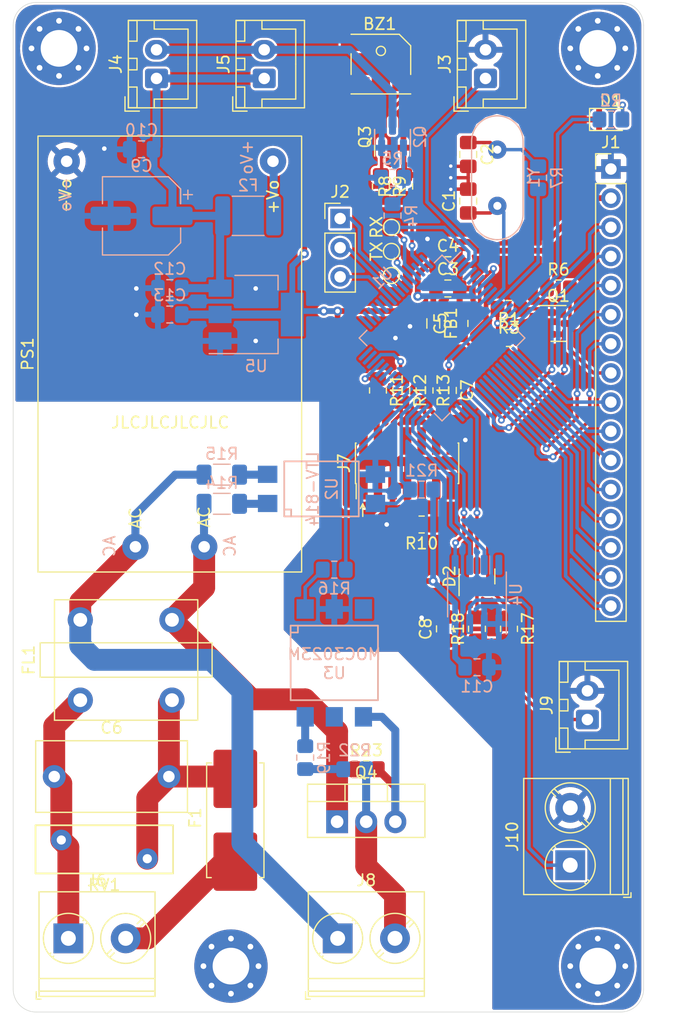
<source format=kicad_pcb>
(kicad_pcb (version 20211014) (generator pcbnew)

  (general
    (thickness 1.6)
  )

  (paper "A4")
  (layers
    (0 "F.Cu" signal)
    (31 "B.Cu" signal)
    (32 "B.Adhes" user "B.Adhesive")
    (33 "F.Adhes" user "F.Adhesive")
    (34 "B.Paste" user)
    (35 "F.Paste" user)
    (36 "B.SilkS" user "B.Silkscreen")
    (37 "F.SilkS" user "F.Silkscreen")
    (38 "B.Mask" user)
    (39 "F.Mask" user)
    (40 "Dwgs.User" user "User.Drawings")
    (41 "Cmts.User" user "User.Comments")
    (42 "Eco1.User" user "User.Eco1")
    (43 "Eco2.User" user "User.Eco2")
    (44 "Edge.Cuts" user)
    (45 "Margin" user)
    (46 "B.CrtYd" user "B.Courtyard")
    (47 "F.CrtYd" user "F.Courtyard")
    (48 "B.Fab" user)
    (49 "F.Fab" user)
    (50 "User.1" user)
    (51 "User.2" user)
  )

  (setup
    (stackup
      (layer "F.SilkS" (type "Top Silk Screen") (color "White"))
      (layer "F.Paste" (type "Top Solder Paste"))
      (layer "F.Mask" (type "Top Solder Mask") (color "Black") (thickness 0.01))
      (layer "F.Cu" (type "copper") (thickness 0.035))
      (layer "dielectric 1" (type "core") (thickness 1.51) (material "FR4") (epsilon_r 4.5) (loss_tangent 0.02))
      (layer "B.Cu" (type "copper") (thickness 0.035))
      (layer "B.Mask" (type "Bottom Solder Mask") (color "Black") (thickness 0.01))
      (layer "B.Paste" (type "Bottom Solder Paste"))
      (layer "B.SilkS" (type "Bottom Silk Screen") (color "White"))
      (copper_finish "None")
      (dielectric_constraints no)
    )
    (pad_to_mask_clearance 0)
    (pcbplotparams
      (layerselection 0x00010fc_ffffffff)
      (disableapertmacros false)
      (usegerberextensions false)
      (usegerberattributes true)
      (usegerberadvancedattributes true)
      (creategerberjobfile true)
      (svguseinch false)
      (svgprecision 6)
      (excludeedgelayer true)
      (plotframeref false)
      (viasonmask false)
      (mode 1)
      (useauxorigin false)
      (hpglpennumber 1)
      (hpglpenspeed 20)
      (hpglpendiameter 15.000000)
      (dxfpolygonmode true)
      (dxfimperialunits true)
      (dxfusepcbnewfont true)
      (psnegative false)
      (psa4output false)
      (plotreference true)
      (plotvalue true)
      (plotinvisibletext false)
      (sketchpadsonfab false)
      (subtractmaskfromsilk false)
      (outputformat 1)
      (mirror false)
      (drillshape 1)
      (scaleselection 1)
      (outputdirectory "")
    )
  )

  (net 0 "")
  (net 1 "+3V3")
  (net 2 "Net-(BZ1-Pad2)")
  (net 3 "Net-(C1-Pad1)")
  (net 4 "GND")
  (net 5 "Net-(C2-Pad1)")
  (net 6 "VDDA")
  (net 7 "Net-(C6-Pad1)")
  (net 8 "Net-(C6-Pad2)")
  (net 9 "NRST")
  (net 10 "Net-(C8-Pad1)")
  (net 11 "+12V")
  (net 12 "Net-(D1-Pad2)")
  (net 13 "THERM")
  (net 14 "Net-(F1-Pad1)")
  (net 15 "Net-(F2-Pad1)")
  (net 16 "Net-(FL1-Pad2)")
  (net 17 "Net-(FL1-Pad4)")
  (net 18 "LCD_CS")
  (net 19 "LCD_RS")
  (net 20 "LCD_WR")
  (net 21 "LCD_RD")
  (net 22 "LCD_RST")
  (net 23 "LCD_LED")
  (net 24 "Net-(J1-Pad9)")
  (net 25 "Net-(J1-Pad10)")
  (net 26 "Net-(J1-Pad11)")
  (net 27 "Net-(J1-Pad12)")
  (net 28 "Net-(J1-Pad13)")
  (net 29 "Net-(J1-Pad14)")
  (net 30 "Net-(J1-Pad15)")
  (net 31 "Net-(J1-Pad16)")
  (net 32 "LCD_SCK")
  (net 33 "LCD_MOSI")
  (net 34 "LCD_MISO")
  (net 35 "STOP")
  (net 36 "Net-(J4-Pad2)")
  (net 37 "unconnected-(J7-Pad1)")
  (net 38 "unconnected-(J7-Pad2)")
  (net 39 "Net-(J7-Pad4)")
  (net 40 "Net-(J7-Pad6)")
  (net 41 "unconnected-(J7-Pad8)")
  (net 42 "unconnected-(J7-Pad9)")
  (net 43 "unconnected-(J7-Pad10)")
  (net 44 "Net-(J7-Pad11)")
  (net 45 "Net-(J7-Pad12)")
  (net 46 "unconnected-(J7-Pad13)")
  (net 47 "unconnected-(J7-Pad14)")
  (net 48 "Net-(J8-Pad2)")
  (net 49 "Net-(J10-Pad1)")
  (net 50 "Net-(Q1-Pad1)")
  (net 51 "Net-(Q2-Pad1)")
  (net 52 "Net-(Q3-Pad1)")
  (net 53 "Net-(Q4-Pad3)")
  (net 54 "LCD_LED_CTRL")
  (net 55 "LED_STATUS")
  (net 56 "FAN_PWM")
  (net 57 "Net-(R7-Pad1)")
  (net 58 "BUZZER")
  (net 59 "SWDIO")
  (net 60 "SWCLK")
  (net 61 "Net-(R14-Pad1)")
  (net 62 "Net-(R15-Pad1)")
  (net 63 "Net-(R16-Pad1)")
  (net 64 "GATE_CONTROL")
  (net 65 "Net-(R19-Pad1)")
  (net 66 "Net-(R19-Pad2)")
  (net 67 "ZERO_CROSS")
  (net 68 "/UART_TX")
  (net 69 "/UART_RX")
  (net 70 "unconnected-(U1-Pad1)")
  (net 71 "unconnected-(U1-Pad4)")
  (net 72 "unconnected-(U1-Pad5)")
  (net 73 "unconnected-(U1-Pad13)")
  (net 74 "unconnected-(U1-Pad29)")
  (net 75 "unconnected-(U1-Pad31)")
  (net 76 "unconnected-(U1-Pad32)")
  (net 77 "MAX_SCK")
  (net 78 "MAX_MISO")
  (net 79 "MAX_CS")
  (net 80 "unconnected-(U1-Pad38)")
  (net 81 "unconnected-(U1-Pad39)")
  (net 82 "unconnected-(U1-Pad40)")
  (net 83 "unconnected-(U1-Pad41)")
  (net 84 "unconnected-(U1-Pad42)")
  (net 85 "unconnected-(U1-Pad43)")
  (net 86 "unconnected-(U1-Pad44)")
  (net 87 "unconnected-(U1-Pad47)")
  (net 88 "unconnected-(U1-Pad48)")
  (net 89 "unconnected-(U1-Pad49)")
  (net 90 "unconnected-(U1-Pad50)")
  (net 91 "unconnected-(U1-Pad51)")
  (net 92 "unconnected-(U1-Pad52)")
  (net 93 "unconnected-(U1-Pad53)")
  (net 94 "unconnected-(U1-Pad58)")
  (net 95 "unconnected-(U1-Pad59)")
  (net 96 "unconnected-(U1-Pad62)")
  (net 97 "unconnected-(U1-Pad64)")
  (net 98 "unconnected-(U3-Pad5)")
  (net 99 "unconnected-(U3-Pad3)")
  (net 100 "unconnected-(U1-Pad54)")

  (footprint "TerminalBlock_Phoenix:TerminalBlock_Phoenix_PT-1,5-2-5.0-H_1x02_P5.00mm_Horizontal" (layer "F.Cu") (at 148.598 125.202 90))

  (footprint "Resistor_SMD:R_0805_2012Metric_Pad1.20x1.40mm_HandSolder" (layer "F.Cu") (at 133.858 83.82 -90))

  (footprint "Resistor_SMD:R_0805_2012Metric_Pad1.20x1.40mm_HandSolder" (layer "F.Cu") (at 140.462 104.60075 90))

  (footprint "Capacitor_SMD:C_0805_2012Metric_Pad1.18x1.45mm_HandSolder" (layer "F.Cu") (at 137.668 104.60075 90))

  (footprint "Capacitor_SMD:C_0805_2012Metric_Pad1.18x1.45mm_HandSolder" (layer "F.Cu") (at 137.922 83.82 -90))

  (footprint "Resistor_SMD:R_0805_2012Metric_Pad1.20x1.40mm_HandSolder" (layer "F.Cu") (at 135.636 95.504 180))

  (footprint "Connector_PinHeader_2.54mm:PinHeader_1x16_P2.54mm_Vertical" (layer "F.Cu") (at 152.146 64.516))

  (footprint "Connector_JST:JST_XH_B2B-XH-A_1x02_P2.50mm_Vertical" (layer "F.Cu") (at 141.207 56.622 90))

  (footprint "Resistor_SMD:R_0805_2012Metric_Pad1.20x1.40mm_HandSolder" (layer "F.Cu") (at 147.574 74.93))

  (footprint "Package_TO_SOT_SMD:SOT-23" (layer "F.Cu") (at 133.096 61.722 90))

  (footprint "Resistor_SMD:R_0805_2012Metric_Pad1.20x1.40mm_HandSolder" (layer "F.Cu") (at 135.89 83.82 -90))

  (footprint "MountingHole:MountingHole_3.2mm_M3_Pad_Via" (layer "F.Cu") (at 104 54))

  (footprint "Capacitor_SMD:C_0805_2012Metric_Pad1.18x1.45mm_HandSolder" (layer "F.Cu") (at 138.938 77.978 90))

  (footprint "Capacitor_SMD:C_0805_2012Metric_Pad1.18x1.45mm_HandSolder" (layer "F.Cu") (at 137.922 74.93))

  (footprint "Connector_PinHeader_1.27mm:PinHeader_2x07_P1.27mm_Vertical_SMD" (layer "F.Cu") (at 134.366 90.17 90))

  (footprint "my_additions:Converter_ACDC_HiLink_HLK-5Mxx" (layer "F.Cu") (at 113.665 80.645 90))

  (footprint "Resistor_SMD:R_0805_2012Metric_Pad1.20x1.40mm_HandSolder" (layer "F.Cu") (at 134.112 66.039999 90))

  (footprint "Connector_PinHeader_2.54mm:PinHeader_1x03_P2.54mm_Vertical" (layer "F.Cu") (at 128.524 68.834))

  (footprint "Capacitor_SMD:C_0805_2012Metric_Pad1.18x1.45mm_HandSolder" (layer "F.Cu") (at 137.922 72.898))

  (footprint "my_additions:L_CommonMode_7x8mm" (layer "F.Cu") (at 109.855 107.315 90))

  (footprint "Package_TO_SOT_SMD:SOT-23" (layer "F.Cu") (at 147.574 77.978))

  (footprint "TestPoint:TestPoint_Pad_D1.0mm" (layer "F.Cu") (at 133 69.6))

  (footprint "MountingHole:MountingHole_3.2mm_M3_Pad_Via" (layer "F.Cu") (at 151 54))

  (footprint "Inductor_SMD:L_0805_2012Metric_Pad1.05x1.20mm_HandSolder" (layer "F.Cu") (at 136.652 77.978 -90))

  (footprint "Connector_JST:JST_XH_B2B-XH-A_1x02_P2.50mm_Vertical" (layer "F.Cu") (at 150.096999 112.502 90))

  (footprint "TerminalBlock_Phoenix:TerminalBlock_Phoenix_PT-1,5-2-5.0-H_1x02_P5.00mm_Horizontal" (layer "F.Cu") (at 128.31 131.58))

  (footprint "Capacitor_SMD:C_0805_2012Metric_Pad1.18x1.45mm_HandSolder" (layer "F.Cu") (at 139.7 63.246 -90))

  (footprint "LED_SMD:LED_0805_2012Metric_Pad1.15x1.40mm_HandSolder" (layer "F.Cu") (at 152.146 60.198))

  (footprint "TestPoint:TestPoint_Pad_D1.0mm" (layer "F.Cu") (at 133 71.7))

  (footprint "Resistor_SMD:R_0805_2012Metric_Pad1.20x1.40mm_HandSolder" (layer "F.Cu") (at 131.826 83.82 -90))

  (footprint "Package_TO_SOT_SMD:SOT-23" (layer "F.Cu") (at 140.462 100.02875 90))

  (footprint "Resistor_SMD:R_0805_2012Metric_Pad1.20x1.40mm_HandSolder" (layer "F.Cu") (at 143.256 104.60075 -90))

  (footprint "Resistor_SMD:R_0805_2012Metric_Pad1.20x1.40mm_HandSolder" (layer "F.Cu") (at 143.256 76.708 180))

  (footprint "my_additions:Fuse_1808_0451_Holder_HandSolder" (layer "F.Cu") (at 119.38 121.285 90))

  (footprint "TerminalBlock_Phoenix:TerminalBlock_Phoenix_PT-1,5-2-5.0-H_1x02_P5.00mm_Horizontal" (layer "F.Cu") (at 104.815 131.58))

  (footprint "Resistor_SMD:R_0805_2012Metric_Pad1.20x1.40mm_HandSolder" (layer "F.Cu") (at 143.256 79.248))

  (footprint "my_additions:Buzzer_5020" (layer "F.Cu") (at 132.08 55.372))

  (footprint "Resistor_SMD:R_0805_2012Metric_Pad1.20x1.40mm_HandSolder" (layer "F.Cu") (at 130.81 116.84))

  (footprint "Package_TO_SOT_THT:TO-220-3_Vertical" (layer "F.Cu") (at 128.26 121.412))

  (footprint "TestPoint:TestPoint_Pad_D1.0mm" (layer "F.Cu") (at 133 73.8))

  (footprint "Resistor_SMD:R_0805_2012Metric_Pad1.20x1.40mm_HandSolder" (layer "F.Cu") (at 132.08 66.039999 -90))

  (footprint "Connector_JST:JST_XH_B2B-XH-A_1x02_P2.50mm_Vertical" (layer "F.Cu") (at 121.902999 56.622 90))

  (footprint "MountingHole:MountingHole_3.2mm_M3_Pad_Via" (layer "F.Cu") (at 151 134))

  (footprint "Connector_JST:JST_XH_B2B-XH-A_1x02_P2.50mm_Vertical" (layer "F.Cu") (at 112.505 56.622 90))

  (footprint "Varistor:RV_Disc_D12mm_W4.2mm_P7.5mm" (layer "F.Cu") (at 104.2 123.005))

  (footprint "MountingHole:MountingHole_3.2mm_M3_Pad_Via" (layer "F.Cu") (at 119 134))

  (footprint "Capacitor_THT:C_Rect_L13.0mm_W6.0mm_P10.00mm_FKS3_FKP3_MKS4" (layer "F.Cu") (at 103.585 117.475))

  (footprint "Capacitor_SMD:C_0805_2012Metric_Pad1.18x1.45mm_HandSolder" (layer "F.Cu") (at 139.7 67.31 90))

  (footprint "Resistor_SMD:R_0805_2012Metric_Pad1.20x1.40mm_HandSolder" (layer "B.Cu") (at 133.096 65.278 180))

  (footprint "Fuse:Fuse_1812_4532Metric_Pad1.30x3.40mm_HandSolder" (layer "B.Cu") (at 120.5 68.6 180))

  (footprint "my_additions:OPTO-SMD4" (layer "B.Cu") (at 126.9 92.4 90))

  (footprint "Resistor_SMD:R_0805_2012Metric_Pad1.20x1.40mm_HandSolder" (layer "B.Cu") (at 129.794 116.84 180))

  (footprint "Resistor_SMD:R_0805_2012Metric_Pad1.20x1.40mm_HandSolder" (layer "B.Cu") (at 125.476 115.824 90))

  (footprint "Resistor_SMD:R_0805_2012Metric_Pad1.20x1.40mm_HandSolder" (layer "B.Cu") (at 145.796 65.278 90))

  (footprint "my_additions:OSC-TH_L10.0-W4.5-P5.00" (layer "B.Cu") (at 142.24 65.278 90))

  (footprint "Resistor_SMD:R_0805_2012Metric_Pad1.20x1.40mm_HandSolder" (layer "B.Cu")
    (tedit 5F68FEEE) (tstamp 48a8df08-6905-4c69-afbb-84ecbb9a6167)
    (at 152.146 60.198 180)
    (descr "Resistor SMD 0805 (2012 Metric), square (rectangular) end terminal, IPC_7351 nominal with elongated pad for handsoldering. (Body size source: IPC-SM-782 page 72, https://www.pcb-3d.com/wordpress/wp-content/uploads/ipc-sm-782a_amendment_1_and_2.pdf), generated with kicad-footprint-generator")
    (tags "resistor handsolder")
    (property "Sheetfile" "pcb-heater.kicad_sch")
    (property "Sheetname" "")
    (path "/00000000-0000-0000-0000-000061ef8313")
    (attr smd)
    (fp_text reference "R2" (at 0 1.65) (layer "B.SilkS
... [765999 chars truncated]
</source>
